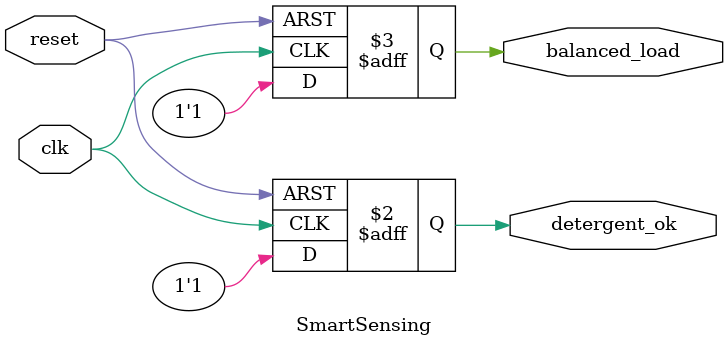
<source format=v>
`timescale 1ns / 100ps

module SmartSensing(
    input clk,
    input reset,
    output reg detergent_ok,
    output reg balanced_load
);

    always @(posedge clk or posedge reset) begin
        if (reset) begin
            detergent_ok <= 0;
            balanced_load <= 0;
        end else begin
            detergent_ok <= 1;  // Simulate detergent is available
            balanced_load <= 1;  // Simulate load is balanced
        end
    end
endmodule


</source>
